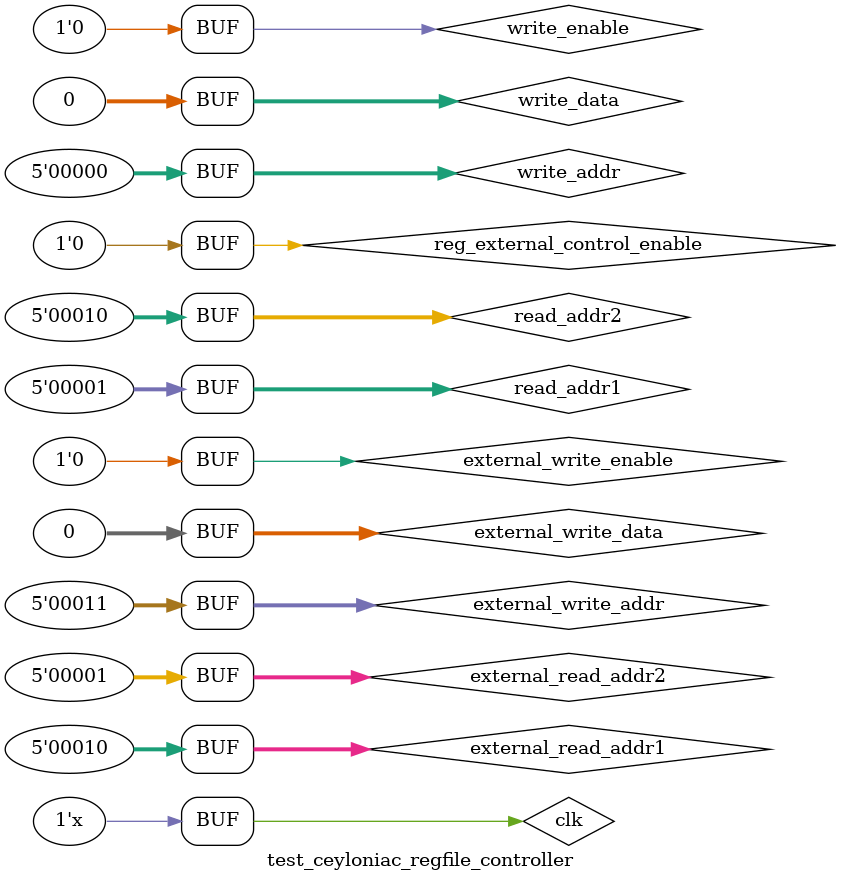
<source format=v>
`timescale 1ns / 1ps

module test_ceyloniac_regfile_controller;
	// Inputs
	reg clk;
	reg reg_external_control_enable;
	reg [4:0] read_addr1;
	reg [4:0] read_addr2;
	reg [4:0] write_addr;
	reg [31:0] write_data;
	reg write_enable;
	reg [4:0] external_read_addr1;
	reg [4:0] external_read_addr2;
	reg [4:0] external_write_addr;
	reg [31:0] external_write_data;
	reg external_write_enable;

	// Outputs
	wire [31:0] read_data1;
	wire [31:0] read_data2;

	// Instantiate the Unit Under Test (UUT)
	ceyloniac_regfile_controller uut (
		.clk(clk), 
		.reg_external_control_enable(reg_external_control_enable), 
		.read_addr1(read_addr1), 
		.read_addr2(read_addr2), 
		.write_addr(write_addr), 
		.write_data(write_data), 
		.write_enable(write_enable), 
		.external_read_addr1(external_read_addr1), 
		.external_read_addr2(external_read_addr2), 
		.external_write_addr(external_write_addr), 
		.external_write_data(external_write_data), 
		.external_write_enable(external_write_enable), 
		.read_data1(read_data1), 
		.read_data2(read_data2)
	);

	initial begin
		// Initialize Inputs
		clk = 0;
		reg_external_control_enable = 0;
		read_addr1 = 0;
		read_addr2 = 0;
		write_addr = 0;
		write_data = 0;
		write_enable = 0;
		external_read_addr1 = 0;
		external_read_addr2 = 0;
		external_write_addr = 0;
		external_write_data = 0;
		external_write_enable = 0;

	#20;
		reg_external_control_enable=1;
	#20;
	
    external_write_addr <= 5'b00000;
    external_write_data <= 32'b0;
    external_write_enable <= 1'b1;
     #20 ;//reg_write_enable <= 1'b0;
 
    external_write_addr <= 5'b00001;
    external_write_data <= 32'b01;
    external_write_enable <= 1'b1;
     #20;// reg_write_enable <= 1'b0;
	 
	 external_write_addr <= 5'b00010;
    external_write_data <= 32'b10;
    external_write_enable <= 1'b1;
	 #20;// reg_write_enable <= 1'b0;
	 
	 external_write_addr <= 5'b00011;
    external_write_data <= 32'b11;
    external_write_enable <= 1'b1;
	 #20;// reg_write_enable <= 1'b0;
	 
	   reg_external_control_enable=0;
   	external_write_enable=1'b0;
  		#100;     
		 reg_external_control_enable=1;
	   external_read_addr1  <= 5'b00010;
		external_read_addr2  <= 5'b00001;
		external_write_data = 0;
		#100;
		
		 reg_external_control_enable=0;
	   read_addr1  <= 5'b00001;
		read_addr2  <= 5'b00010;
		external_write_data = 0;
		#100;


	end
	
	always begin
		#5 clk =~clk;
	end
      
endmodule


</source>
